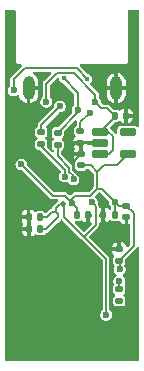
<source format=gbr>
%TF.GenerationSoftware,KiCad,Pcbnew,9.0.2*%
%TF.CreationDate,2026-02-14T14:17:21-05:00*%
%TF.ProjectId,RP2040_minimal_r2,52503230-3430-45f6-9d69-6e696d616c5f,REV2*%
%TF.SameCoordinates,Original*%
%TF.FileFunction,Copper,L2,Bot*%
%TF.FilePolarity,Positive*%
%FSLAX46Y46*%
G04 Gerber Fmt 4.6, Leading zero omitted, Abs format (unit mm)*
G04 Created by KiCad (PCBNEW 9.0.2) date 2026-02-14 14:17:21*
%MOMM*%
%LPD*%
G01*
G04 APERTURE LIST*
G04 Aperture macros list*
%AMRoundRect*
0 Rectangle with rounded corners*
0 $1 Rounding radius*
0 $2 $3 $4 $5 $6 $7 $8 $9 X,Y pos of 4 corners*
0 Add a 4 corners polygon primitive as box body*
4,1,4,$2,$3,$4,$5,$6,$7,$8,$9,$2,$3,0*
0 Add four circle primitives for the rounded corners*
1,1,$1+$1,$2,$3*
1,1,$1+$1,$4,$5*
1,1,$1+$1,$6,$7*
1,1,$1+$1,$8,$9*
0 Add four rect primitives between the rounded corners*
20,1,$1+$1,$2,$3,$4,$5,0*
20,1,$1+$1,$4,$5,$6,$7,0*
20,1,$1+$1,$6,$7,$8,$9,0*
20,1,$1+$1,$8,$9,$2,$3,0*%
G04 Aperture macros list end*
%TA.AperFunction,SMDPad,CuDef*%
%ADD10RoundRect,0.140000X-0.140000X-0.170000X0.140000X-0.170000X0.140000X0.170000X-0.140000X0.170000X0*%
%TD*%
%TA.AperFunction,ComponentPad*%
%ADD11O,1.000000X2.000000*%
%TD*%
%TA.AperFunction,ComponentPad*%
%ADD12C,0.600000*%
%TD*%
%TA.AperFunction,SMDPad,CuDef*%
%ADD13RoundRect,0.045000X-0.630000X-0.255000X0.630000X-0.255000X0.630000X0.255000X-0.630000X0.255000X0*%
%TD*%
%TA.AperFunction,SMDPad,CuDef*%
%ADD14RoundRect,0.140000X-0.170000X0.140000X-0.170000X-0.140000X0.170000X-0.140000X0.170000X0.140000X0*%
%TD*%
%TA.AperFunction,SMDPad,CuDef*%
%ADD15RoundRect,0.140000X0.140000X0.170000X-0.140000X0.170000X-0.140000X-0.170000X0.140000X-0.170000X0*%
%TD*%
%TA.AperFunction,SMDPad,CuDef*%
%ADD16RoundRect,0.140000X0.170000X-0.140000X0.170000X0.140000X-0.170000X0.140000X-0.170000X-0.140000X0*%
%TD*%
%TA.AperFunction,SMDPad,CuDef*%
%ADD17RoundRect,0.135000X-0.185000X0.135000X-0.185000X-0.135000X0.185000X-0.135000X0.185000X0.135000X0*%
%TD*%
%TA.AperFunction,SMDPad,CuDef*%
%ADD18RoundRect,0.135000X0.185000X-0.135000X0.185000X0.135000X-0.185000X0.135000X-0.185000X-0.135000X0*%
%TD*%
%TA.AperFunction,ViaPad*%
%ADD19C,0.600000*%
%TD*%
%TA.AperFunction,ViaPad*%
%ADD20C,0.800000*%
%TD*%
%TA.AperFunction,ViaPad*%
%ADD21C,0.500000*%
%TD*%
%TA.AperFunction,ViaPad*%
%ADD22C,0.450000*%
%TD*%
%TA.AperFunction,Conductor*%
%ADD23C,0.150000*%
%TD*%
%TA.AperFunction,Conductor*%
%ADD24C,0.200000*%
%TD*%
G04 APERTURE END LIST*
D10*
%TO.P,C9,2*%
%TO.N,GND*%
X380000Y19897966D03*
%TO.P,C9,1*%
%TO.N,+3V3*%
X-580000Y19897966D03*
%TD*%
D11*
%TO.P,1,25,GND*%
%TO.N,GND*%
X-4650000Y30650000D03*
X2760000Y30650000D03*
%TD*%
D12*
%TO.P,U3,57,GND*%
%TO.N,GND*%
X-295000Y15100128D03*
X-295000Y16375128D03*
X-295000Y17650128D03*
X-1570000Y15100128D03*
X-1570000Y16375128D03*
X-1570000Y17650128D03*
X-2845000Y15100128D03*
X-2845000Y16375128D03*
X-2845000Y17650128D03*
%TD*%
D13*
%TO.P,U4,5,VOUT*%
%TO.N,+3V3*%
X3745000Y25040000D03*
%TO.P,U4,4*%
%TO.N,N/C*%
X3745000Y26940000D03*
%TO.P,U4,3,EN*%
%TO.N,VBUS*%
X1375000Y26940000D03*
%TO.P,U4,2,GND*%
%TO.N,GND*%
X1375000Y25990000D03*
%TO.P,U4,1,VIN*%
%TO.N,VBUS*%
X1375000Y25040000D03*
%TD*%
D14*
%TO.P,C10,1*%
%TO.N,+3V3*%
X3632500Y20685128D03*
%TO.P,C10,2*%
%TO.N,GND*%
X3632500Y19725128D03*
%TD*%
D15*
%TO.P,C8,1*%
%TO.N,+1V1*%
X-3652500Y18700804D03*
%TO.P,C8,2*%
%TO.N,GND*%
X-4612500Y18700804D03*
%TD*%
D16*
%TO.P,C12,1*%
%TO.N,+3V3*%
X3022500Y16055128D03*
%TO.P,C12,2*%
%TO.N,GND*%
X3022500Y17015128D03*
%TD*%
D17*
%TO.P,R3,1*%
%TO.N,/USB_D+*%
X-3570000Y26930000D03*
%TO.P,R3,2*%
%TO.N,Net-(U3-USB_DP)*%
X-3570000Y25910000D03*
%TD*%
D10*
%TO.P,C1,1*%
%TO.N,VBUS*%
X2640000Y28310000D03*
%TO.P,C1,2*%
%TO.N,GND*%
X3600000Y28310000D03*
%TD*%
D17*
%TO.P,R4,1*%
%TO.N,/USB_D-*%
X-2180000Y26880000D03*
%TO.P,R4,2*%
%TO.N,Net-(U3-USB_DM)*%
X-2180000Y25860000D03*
%TD*%
D15*
%TO.P,C6,1*%
%TO.N,+1V1*%
X-3680000Y19727966D03*
%TO.P,C6,2*%
%TO.N,GND*%
X-4640000Y19727966D03*
%TD*%
D18*
%TO.P,R7,1*%
%TO.N,GND*%
X-260000Y26030000D03*
%TO.P,R7,2*%
%TO.N,Net-(1-CC1)*%
X-260000Y27050000D03*
%TD*%
D14*
%TO.P,R8,1*%
%TO.N,/GPIO18*%
X3030000Y13617966D03*
%TO.P,R8,2*%
%TO.N,Net-(D1-A)*%
X3030000Y12657966D03*
%TD*%
D16*
%TO.P,C4,1*%
%TO.N,+3V3*%
X-200000Y24120000D03*
%TO.P,C4,2*%
%TO.N,GND*%
X-200000Y25080000D03*
%TD*%
D15*
%TO.P,C15,1*%
%TO.N,+3V3*%
X2632500Y19895128D03*
%TO.P,C15,2*%
%TO.N,GND*%
X1672500Y19895128D03*
%TD*%
D19*
%TO.N,GND*%
X-1150000Y25520000D03*
%TO.N,+3V3*%
X-1000138Y20945439D03*
%TO.N,/USB_D-*%
X-470000Y28790000D03*
%TO.N,Net-(1-CC1)*%
X530000Y28550000D03*
%TO.N,Net-(1-CC2)*%
X-5920000Y30450000D03*
%TO.N,GND*%
X-5770000Y12587966D03*
X-5360000Y7847966D03*
X2490000Y7957966D03*
D20*
X-6190000Y33610000D03*
X-5740000Y25920000D03*
X2660000Y9717966D03*
D19*
X4300000Y29030000D03*
X-6277500Y17185128D03*
X3050000Y10417966D03*
D20*
X3780000Y8707966D03*
D19*
X-3180000Y8297966D03*
X4370000Y27820000D03*
X410000Y8727966D03*
X-1620000Y9187966D03*
D20*
X4220000Y32290000D03*
D19*
%TO.N,VBUS*%
X-3151795Y29491386D03*
X1005000Y29455000D03*
%TO.N,+3V3*%
X3062500Y15295128D03*
X2630000Y21047966D03*
X-5260000Y24190000D03*
D21*
%TO.N,+1V1*%
X-1695000Y20860783D03*
D19*
X1922500Y11457129D03*
X717622Y20972628D03*
%TO.N,/GPIO18*%
X3040000Y14317966D03*
%TO.N,Net-(U3-USB_DP)*%
X-1575011Y23167192D03*
%TO.N,Net-(U3-USB_DM)*%
X-837583Y22926153D03*
%TO.N,/USB_D+*%
X-1995000Y29095000D03*
D22*
%TO.N,/USB_D-*%
X-1680000Y31470000D03*
%TO.N,Net-(1-CC2)*%
X325876Y31445876D03*
%TD*%
D23*
%TO.N,+1V1*%
X-1695000Y20860783D02*
X-1645001Y20810784D01*
X-1695000Y20860783D02*
X-1981845Y20860783D01*
X-2352331Y20490297D02*
X-2352331Y20180297D01*
X-1645001Y20810784D02*
X-1645001Y19744006D01*
X-1645001Y19744006D02*
X25519Y18073485D01*
X-1981845Y20860783D02*
X-2352331Y20490297D01*
D24*
%TO.N,Net-(U3-USB_DM)*%
X-1205268Y23575268D02*
X-1205268Y23915268D01*
X-1205268Y23915268D02*
X-2180000Y24890000D01*
X-803736Y23173736D02*
X-1205268Y23575268D01*
X-803736Y22960000D02*
X-803736Y23173736D01*
X-837583Y22926153D02*
X-803736Y22960000D01*
X-2180000Y24890000D02*
X-2180000Y25860000D01*
%TO.N,Net-(U3-USB_DP)*%
X-1575011Y23167192D02*
X-1556268Y23185935D01*
X-1556268Y23185935D02*
X-1556268Y23716268D01*
X-1556268Y23716268D02*
X-3570000Y25730000D01*
X-3570000Y25730000D02*
X-3570000Y25910000D01*
D23*
%TO.N,GND*%
X-260000Y26030000D02*
X-640000Y26030000D01*
X-640000Y26030000D02*
X-1150000Y25520000D01*
X-200000Y25080000D02*
X-710000Y25080000D01*
X-710000Y25080000D02*
X-1150000Y25520000D01*
D24*
X-200000Y25080000D02*
X-879268Y24400732D01*
X-879268Y23710302D02*
X-277736Y23108770D01*
X-1774145Y22045268D02*
X-2785000Y23056123D01*
X-879268Y24400732D02*
X-879268Y23710302D01*
X-277736Y23108770D02*
X-277736Y22347264D01*
X-277736Y22347264D02*
X-579732Y22045268D01*
X-579732Y22045268D02*
X-1774145Y22045268D01*
X-2785000Y23056123D02*
X-2785000Y23850000D01*
%TO.N,+3V3*%
X-1000138Y20945439D02*
X-1057350Y21002650D01*
X-1057350Y21212650D02*
X-721000Y21549000D01*
X-1057350Y21002650D02*
X-1057350Y21212650D01*
X580000Y21549000D02*
X1160000Y22129000D01*
X-721000Y21549000D02*
X580000Y21549000D01*
X-580000Y19897966D02*
X-580000Y20525301D01*
X-580000Y20525301D02*
X-1000138Y20945439D01*
X-1409000Y21354301D02*
X-1000138Y20945439D01*
X-1000138Y20945439D02*
X-1603699Y21549000D01*
X-1603699Y21549000D02*
X-2619000Y21549000D01*
X-2619000Y21549000D02*
X-5260000Y24190000D01*
D23*
%TO.N,+1V1*%
X1030000Y20627966D02*
X1030000Y19077966D01*
X1030000Y19077966D02*
X25519Y18073485D01*
X717224Y20972230D02*
X717224Y20940742D01*
X717622Y20972628D02*
X717224Y20972230D01*
X717224Y20940742D02*
X1030000Y20627966D01*
D24*
%TO.N,+3V3*%
X1160000Y22129000D02*
X1548966Y22129000D01*
X1548966Y22129000D02*
X2630000Y21047966D01*
X1160000Y23560000D02*
X600000Y24120000D01*
X600000Y24120000D02*
X-200000Y24120000D01*
X1160000Y22517966D02*
X1160000Y22129000D01*
X1160000Y23560000D02*
X1720000Y24120000D01*
X2825000Y24120000D02*
X3745000Y25040000D01*
X1160000Y22517966D02*
X1160000Y23560000D01*
X1720000Y24120000D02*
X2825000Y24120000D01*
%TO.N,GND*%
X-2785000Y23850000D02*
X-2785000Y24195000D01*
X-2785000Y24195000D02*
X-4680000Y26090000D01*
X-4680000Y26090000D02*
X-4680000Y30790000D01*
D23*
%TO.N,+1V1*%
X25519Y18073485D02*
X1922500Y16176505D01*
X1922500Y16176505D02*
X1922500Y11457129D01*
%TO.N,GND*%
X-260000Y26030000D02*
X1335000Y26030000D01*
X1335000Y26030000D02*
X1375000Y25990000D01*
X-200000Y25080000D02*
X-200000Y25970000D01*
X-200000Y25970000D02*
X-260000Y26030000D01*
X3022500Y18125466D02*
X3022500Y18170466D01*
X3022500Y18170466D02*
X3632500Y18780466D01*
X3632500Y18780466D02*
X3632500Y19725128D01*
X3022500Y17015128D02*
X3022500Y18125466D01*
X3022500Y18125466D02*
X1672500Y19475466D01*
X1672500Y19475466D02*
X1672500Y19895128D01*
X1669662Y19897966D02*
X1672500Y19895128D01*
%TO.N,+1V1*%
X-2707331Y20135297D02*
X-3114662Y19727966D01*
X-2707331Y20135297D02*
X-2662331Y20180297D01*
X-2662331Y20180297D02*
X-2352331Y20180297D01*
X-2352331Y20180297D02*
X-2140000Y19967966D01*
X-2140000Y19967966D02*
X-2140000Y19697966D01*
X-2140000Y19697966D02*
X-3137162Y18700804D01*
X-3137162Y18700804D02*
X-3652500Y18700804D01*
X-3114662Y19727966D02*
X-3680000Y19727966D01*
D24*
%TO.N,Net-(1-CC2)*%
X325876Y31445876D02*
X-558248Y32330000D01*
X-558248Y32330000D02*
X-4980000Y32330000D01*
X-4980000Y32330000D02*
X-5920000Y31390000D01*
X-5920000Y31390000D02*
X-5920000Y30450000D01*
%TO.N,VBUS*%
X2640000Y28205000D02*
X1375000Y26940000D01*
X1375000Y25040000D02*
X2130000Y25040000D01*
X1506000Y28954000D02*
X1996000Y28954000D01*
X-846000Y31946000D02*
X1005000Y30095000D01*
X-2244000Y31946000D02*
X-846000Y31946000D01*
X-3151795Y29491386D02*
X-3151795Y31038205D01*
X1005000Y29455000D02*
X1506000Y28954000D01*
X2110000Y26940000D02*
X1375000Y26940000D01*
X1005000Y30095000D02*
X1005000Y29455000D01*
X2480000Y25390000D02*
X2480000Y26570000D01*
X-3151795Y31038205D02*
X-2244000Y31946000D01*
X2480000Y26570000D02*
X2110000Y26940000D01*
X2640000Y28310000D02*
X2640000Y28205000D01*
X2130000Y25040000D02*
X2480000Y25390000D01*
X1996000Y28954000D02*
X2640000Y28310000D01*
%TO.N,+3V3*%
X4240000Y20077628D02*
X3632500Y20685128D01*
X2632500Y20474789D02*
X2632500Y19895128D01*
X2630000Y21047966D02*
X2992838Y20685128D01*
X3062500Y15295128D02*
X3062500Y16015128D01*
X3062500Y16015128D02*
X3022500Y16055128D01*
X4240000Y17272628D02*
X4240000Y20077628D01*
X2992838Y20685128D02*
X3632500Y20685128D01*
X2630000Y21047966D02*
X2630000Y20477289D01*
X3022500Y16055128D02*
X4240000Y17272628D01*
X2630000Y20477289D02*
X2632500Y20474789D01*
D23*
%TO.N,/GPIO18*%
X3040000Y13627966D02*
X3030000Y13617966D01*
X3040000Y14317966D02*
X3040000Y13627966D01*
D24*
%TO.N,/USB_D+*%
X-3570000Y27520000D02*
X-3570000Y26930000D01*
X-1995000Y29095000D02*
X-3570000Y27520000D01*
%TO.N,/USB_D-*%
X-2180000Y26880000D02*
X-2180000Y26900000D01*
%TO.N,Net-(1-CC1)*%
X-260000Y27760000D02*
X530000Y28550000D01*
X-260000Y27050000D02*
X-260000Y27760000D01*
%TO.N,/USB_D-*%
X-470000Y28790000D02*
X-470000Y28590000D01*
X-470000Y28590000D02*
X-2180000Y26880000D01*
X-470000Y30260000D02*
X-470000Y28790000D01*
X-1680000Y31470000D02*
X-470000Y30260000D01*
%TD*%
%TA.AperFunction,Conductor*%
%TO.N,GND*%
G36*
X-5758309Y37250593D02*
G01*
X-5722345Y37201093D01*
X-5717500Y37170500D01*
X-5717500Y32926936D01*
X-5697022Y32850512D01*
X-5697020Y32850508D01*
X-5657462Y32781992D01*
X-5657460Y32781989D01*
X-5601511Y32726040D01*
X-5601509Y32726039D01*
X-5532993Y32686481D01*
X-5532989Y32686479D01*
X-5456565Y32666001D01*
X-5456563Y32666000D01*
X-5307978Y32666000D01*
X-5249787Y32647093D01*
X-5213823Y32597593D01*
X-5213823Y32536407D01*
X-5237973Y32496999D01*
X-6104511Y31630460D01*
X-6104512Y31630461D01*
X-6160461Y31574511D01*
X-6200020Y31505993D01*
X-6200022Y31505989D01*
X-6220500Y31429565D01*
X-6220500Y30898321D01*
X-6239407Y30840130D01*
X-6249491Y30828324D01*
X-6318623Y30759191D01*
X-6320503Y30757311D01*
X-6320504Y30757310D01*
X-6386391Y30643191D01*
X-6386392Y30643186D01*
X-6420500Y30515892D01*
X-6420500Y30384108D01*
X-6407465Y30335461D01*
X-6386391Y30256810D01*
X-6320504Y30142691D01*
X-6320502Y30142689D01*
X-6320500Y30142686D01*
X-6227314Y30049500D01*
X-6227312Y30049499D01*
X-6227310Y30049497D01*
X-6113190Y29983610D01*
X-6113192Y29983610D01*
X-6113188Y29983609D01*
X-6113186Y29983608D01*
X-5985892Y29949500D01*
X-5985890Y29949500D01*
X-5854110Y29949500D01*
X-5854108Y29949500D01*
X-5726814Y29983608D01*
X-5726812Y29983610D01*
X-5726810Y29983610D01*
X-5612691Y30049497D01*
X-5612691Y30049498D01*
X-5612686Y30049500D01*
X-5604359Y30057828D01*
X-5549846Y30085606D01*
X-5489413Y30076036D01*
X-5446147Y30032773D01*
X-5437257Y30007140D01*
X-5419257Y29916650D01*
X-5358952Y29771060D01*
X-5358948Y29771051D01*
X-5271401Y29640031D01*
X-5271398Y29640027D01*
X-5159974Y29528603D01*
X-5159970Y29528600D01*
X-5028950Y29441053D01*
X-5028941Y29441049D01*
X-4883349Y29380743D01*
X-4883350Y29380743D01*
X-4800001Y29364165D01*
X-4800000Y29364165D01*
X-4800000Y29946446D01*
X-4791614Y29938060D01*
X-4699728Y29900000D01*
X-4600272Y29900000D01*
X-4508386Y29938060D01*
X-4500000Y29946446D01*
X-4500000Y29364165D01*
X-4416652Y29380743D01*
X-4271060Y29441049D01*
X-4271051Y29441053D01*
X-4140031Y29528600D01*
X-4140027Y29528603D01*
X-4028603Y29640027D01*
X-4028600Y29640031D01*
X-3941053Y29771051D01*
X-3941049Y29771060D01*
X-3880743Y29916651D01*
X-3850001Y30071205D01*
X-3850000Y30071208D01*
X-3850000Y30499999D01*
X-3850001Y30500000D01*
X-4400000Y30500000D01*
X-4400000Y30800000D01*
X-3850001Y30800000D01*
X-3850000Y30800001D01*
X-3850000Y31228793D01*
X-3850001Y31228796D01*
X-3880743Y31383350D01*
X-3941049Y31528941D01*
X-3941053Y31528950D01*
X-4028600Y31659970D01*
X-4028603Y31659974D01*
X-4140027Y31771398D01*
X-4140031Y31771401D01*
X-4254945Y31848185D01*
X-4292824Y31896235D01*
X-4295226Y31957373D01*
X-4261233Y32008247D01*
X-4203829Y32029424D01*
X-4199943Y32029500D01*
X-2824479Y32029500D01*
X-2766288Y32010593D01*
X-2730324Y31961093D01*
X-2730324Y31899907D01*
X-2754475Y31860496D01*
X-3336306Y31278665D01*
X-3336307Y31278666D01*
X-3392256Y31222716D01*
X-3431815Y31154198D01*
X-3431817Y31154194D01*
X-3452295Y31077770D01*
X-3452295Y29939707D01*
X-3471202Y29881516D01*
X-3481286Y29869710D01*
X-3517678Y29833317D01*
X-3552298Y29798697D01*
X-3552299Y29798696D01*
X-3618186Y29684577D01*
X-3618187Y29684572D01*
X-3652295Y29557278D01*
X-3652295Y29425494D01*
X-3642546Y29389110D01*
X-3618186Y29298196D01*
X-3552299Y29184077D01*
X-3552297Y29184075D01*
X-3552295Y29184072D01*
X-3459109Y29090886D01*
X-3459107Y29090885D01*
X-3459105Y29090883D01*
X-3344985Y29024996D01*
X-3344987Y29024996D01*
X-3344983Y29024995D01*
X-3344981Y29024994D01*
X-3217687Y28990886D01*
X-3217685Y28990886D01*
X-3085905Y28990886D01*
X-3085903Y28990886D01*
X-2958609Y29024994D01*
X-2958607Y29024996D01*
X-2958605Y29024996D01*
X-2844486Y29090883D01*
X-2844486Y29090884D01*
X-2844481Y29090886D01*
X-2751295Y29184072D01*
X-2706413Y29261810D01*
X-2685405Y29298196D01*
X-2685405Y29298198D01*
X-2685403Y29298200D01*
X-2651295Y29425494D01*
X-2651295Y29557278D01*
X-2685403Y29684572D01*
X-2685405Y29684575D01*
X-2685405Y29684577D01*
X-2751292Y29798696D01*
X-2751294Y29798698D01*
X-2751295Y29798700D01*
X-2822301Y29869706D01*
X-2850076Y29924220D01*
X-2851295Y29939707D01*
X-2851295Y30872726D01*
X-2832388Y30930917D01*
X-2822299Y30942730D01*
X-2274504Y31490525D01*
X-2219987Y31518302D01*
X-2159555Y31508731D01*
X-2116290Y31465466D01*
X-2105500Y31420521D01*
X-2105500Y31413982D01*
X-2099036Y31389858D01*
X-2076502Y31305759D01*
X-2028556Y31222716D01*
X-2020485Y31208737D01*
X-1941263Y31129515D01*
X-1941261Y31129514D01*
X-1844241Y31073499D01*
X-1844243Y31073499D01*
X-1844239Y31073498D01*
X-1844237Y31073497D01*
X-1736018Y31044500D01*
X-1720479Y31044500D01*
X-1662288Y31025593D01*
X-1650475Y31015504D01*
X-799496Y30164525D01*
X-771719Y30110008D01*
X-770500Y30094521D01*
X-770500Y29238321D01*
X-789407Y29180130D01*
X-799491Y29168324D01*
X-870500Y29097314D01*
X-870503Y29097311D01*
X-870504Y29097310D01*
X-936391Y28983191D01*
X-970500Y28855891D01*
X-970500Y28724109D01*
X-940993Y28613983D01*
X-944196Y28552882D01*
X-966616Y28518357D01*
X-2105475Y27379496D01*
X-2159992Y27351719D01*
X-2175479Y27350500D01*
X-2404316Y27350500D01*
X-2413089Y27349345D01*
X-2453175Y27344068D01*
X-2453176Y27344068D01*
X-2560402Y27294067D01*
X-2644067Y27210402D01*
X-2694068Y27103176D01*
X-2694068Y27103175D01*
X-2700500Y27054315D01*
X-2700500Y26705686D01*
X-2694068Y26656826D01*
X-2694068Y26656825D01*
X-2644067Y26549599D01*
X-2644066Y26549598D01*
X-2644065Y26549596D01*
X-2560404Y26465935D01*
X-2560403Y26465935D01*
X-2560402Y26465934D01*
X-2547085Y26459724D01*
X-2502337Y26417995D01*
X-2490663Y26357934D01*
X-2516522Y26302482D01*
X-2547085Y26280276D01*
X-2560402Y26274067D01*
X-2644067Y26190402D01*
X-2694068Y26083176D01*
X-2694068Y26083175D01*
X-2700500Y26034315D01*
X-2700500Y25685686D01*
X-2694068Y25636826D01*
X-2694068Y25636825D01*
X-2644067Y25529599D01*
X-2644066Y25529598D01*
X-2644065Y25529596D01*
X-2560404Y25445935D01*
X-2537663Y25435331D01*
X-2492914Y25393604D01*
X-2480500Y25345606D01*
X-2480500Y25304479D01*
X-2499407Y25246288D01*
X-2548907Y25210324D01*
X-2610093Y25210324D01*
X-2649504Y25234475D01*
X-3026754Y25611725D01*
X-3054531Y25666242D01*
X-3054903Y25694645D01*
X-3049500Y25735684D01*
X-3049500Y26084316D01*
X-3055932Y26133173D01*
X-3059116Y26140000D01*
X-3105934Y26240402D01*
X-3105935Y26240403D01*
X-3105935Y26240404D01*
X-3189596Y26324065D01*
X-3202915Y26330276D01*
X-3247663Y26372003D01*
X-3259338Y26432064D01*
X-3233481Y26487517D01*
X-3202916Y26509725D01*
X-3189596Y26515935D01*
X-3105935Y26599596D01*
X-3055932Y26706827D01*
X-3049500Y26755684D01*
X-3049500Y27104316D01*
X-3055932Y27153173D01*
X-3070499Y27184411D01*
X-3105934Y27260402D01*
X-3105935Y27260403D01*
X-3105935Y27260404D01*
X-3185279Y27339748D01*
X-3213054Y27394262D01*
X-3203483Y27454694D01*
X-3185280Y27479750D01*
X-2099526Y28565505D01*
X-2045009Y28593281D01*
X-2029522Y28594500D01*
X-1929110Y28594500D01*
X-1929108Y28594500D01*
X-1801814Y28628608D01*
X-1801812Y28628610D01*
X-1801810Y28628610D01*
X-1687691Y28694497D01*
X-1687691Y28694498D01*
X-1687686Y28694500D01*
X-1594500Y28787686D01*
X-1594497Y28787691D01*
X-1528610Y28901810D01*
X-1528610Y28901812D01*
X-1528608Y28901814D01*
X-1494500Y29029108D01*
X-1494500Y29160892D01*
X-1528608Y29288186D01*
X-1528610Y29288189D01*
X-1528610Y29288191D01*
X-1594497Y29402310D01*
X-1594499Y29402312D01*
X-1594500Y29402314D01*
X-1687686Y29495500D01*
X-1687689Y29495502D01*
X-1687691Y29495504D01*
X-1801811Y29561391D01*
X-1801809Y29561391D01*
X-1851201Y29574625D01*
X-1929108Y29595500D01*
X-2060892Y29595500D01*
X-2138800Y29574625D01*
X-2188191Y29561391D01*
X-2302310Y29495504D01*
X-2395504Y29402310D01*
X-2461391Y29288191D01*
X-2470418Y29254500D01*
X-2489287Y29184077D01*
X-2495500Y29160891D01*
X-2495500Y29060480D01*
X-2514407Y29002289D01*
X-2524496Y28990476D01*
X-3754511Y27760460D01*
X-3754512Y27760461D01*
X-3810461Y27704511D01*
X-3850020Y27635993D01*
X-3850022Y27635989D01*
X-3870500Y27559565D01*
X-3870500Y27444396D01*
X-3889407Y27386205D01*
X-3927659Y27354672D01*
X-3950402Y27344067D01*
X-4034067Y27260402D01*
X-4084068Y27153176D01*
X-4084068Y27153175D01*
X-4084068Y27153173D01*
X-4090500Y27104316D01*
X-4090500Y26755684D01*
X-4089794Y26750323D01*
X-4084068Y26706826D01*
X-4084068Y26706825D01*
X-4034067Y26599599D01*
X-4034066Y26599598D01*
X-4034065Y26599596D01*
X-3950404Y26515935D01*
X-3950403Y26515935D01*
X-3950402Y26515934D01*
X-3937085Y26509724D01*
X-3892337Y26467995D01*
X-3880663Y26407934D01*
X-3906522Y26352482D01*
X-3937085Y26330276D01*
X-3950402Y26324067D01*
X-4034067Y26240402D01*
X-4084068Y26133176D01*
X-4084068Y26133175D01*
X-4090500Y26084315D01*
X-4090500Y25735686D01*
X-4084068Y25686826D01*
X-4084068Y25686825D01*
X-4034067Y25579599D01*
X-4034066Y25579598D01*
X-4034065Y25579596D01*
X-3950404Y25495935D01*
X-3950403Y25495935D01*
X-3950402Y25495934D01*
X-3843176Y25445933D01*
X-3843175Y25445933D01*
X-3843173Y25445932D01*
X-3794316Y25439500D01*
X-3745479Y25439500D01*
X-3687288Y25420593D01*
X-3675475Y25410504D01*
X-1927498Y23662527D01*
X-1899721Y23608010D01*
X-1909292Y23547578D01*
X-1927498Y23522520D01*
X-1975511Y23474508D01*
X-1975515Y23474502D01*
X-2041402Y23360383D01*
X-2050438Y23326658D01*
X-2075511Y23233084D01*
X-2075511Y23101300D01*
X-2046236Y22992045D01*
X-2041402Y22974002D01*
X-1975515Y22859883D01*
X-1975513Y22859881D01*
X-1975511Y22859878D01*
X-1882325Y22766692D01*
X-1882323Y22766691D01*
X-1882321Y22766689D01*
X-1768201Y22700802D01*
X-1768203Y22700802D01*
X-1768199Y22700801D01*
X-1768197Y22700800D01*
X-1640903Y22666692D01*
X-1640901Y22666692D01*
X-1509121Y22666692D01*
X-1509119Y22666692D01*
X-1381825Y22700800D01*
X-1381824Y22700801D01*
X-1375557Y22702480D01*
X-1375034Y22700526D01*
X-1323249Y22704613D01*
X-1271073Y22672654D01*
X-1260603Y22657843D01*
X-1238087Y22618844D01*
X-1238085Y22618842D01*
X-1238083Y22618839D01*
X-1144897Y22525653D01*
X-1144895Y22525652D01*
X-1144893Y22525650D01*
X-1030773Y22459763D01*
X-1030775Y22459763D01*
X-1030771Y22459762D01*
X-1030769Y22459761D01*
X-903475Y22425653D01*
X-903473Y22425653D01*
X-771693Y22425653D01*
X-771691Y22425653D01*
X-644397Y22459761D01*
X-644395Y22459763D01*
X-644393Y22459763D01*
X-530274Y22525650D01*
X-530274Y22525651D01*
X-530269Y22525653D01*
X-437083Y22618839D01*
X-389921Y22700526D01*
X-371193Y22732963D01*
X-371193Y22732965D01*
X-371191Y22732967D01*
X-337083Y22860261D01*
X-337083Y22992045D01*
X-371191Y23119339D01*
X-371193Y23119342D01*
X-371193Y23119344D01*
X-437080Y23233463D01*
X-437082Y23233465D01*
X-437083Y23233467D01*
X-530269Y23326653D01*
X-530272Y23326655D01*
X-530275Y23326658D01*
X-535420Y23330606D01*
X-534749Y23331482D01*
X-557650Y23354385D01*
X-559326Y23353098D01*
X-563273Y23358241D01*
X-563276Y23358247D01*
X-565412Y23360383D01*
X-619225Y23414197D01*
X-619225Y23414196D01*
X-875772Y23670743D01*
X-903549Y23725260D01*
X-904768Y23740747D01*
X-904768Y23902865D01*
X-904768Y23954830D01*
X-925247Y24031257D01*
X-925249Y24031260D01*
X-925249Y24031262D01*
X-964808Y24099779D01*
X-1020757Y24155729D01*
X-1020757Y24155728D01*
X-1850504Y24985475D01*
X-1878281Y25039992D01*
X-1879500Y25055479D01*
X-1879500Y25345606D01*
X-1860593Y25403797D01*
X-1822338Y25435331D01*
X-1799596Y25445935D01*
X-1715935Y25529596D01*
X-1665932Y25636827D01*
X-1659500Y25685684D01*
X-1659500Y25879999D01*
X-880000Y25879999D01*
X-880000Y25842597D01*
X-877245Y25813217D01*
X-833936Y25689446D01*
X-756066Y25583937D01*
X-754282Y25582153D01*
X-753241Y25580109D01*
X-751659Y25577966D01*
X-752015Y25577704D01*
X-726505Y25527636D01*
X-736076Y25467204D01*
X-744630Y25453362D01*
X-763405Y25427923D01*
X-807213Y25302728D01*
X-810000Y25273001D01*
X-810000Y25230001D01*
X-809999Y25230000D01*
X-350001Y25230000D01*
X-350000Y25230001D01*
X-350000Y25354999D01*
X-368772Y25373771D01*
X-369191Y25373907D01*
X-369943Y25374942D01*
X-378997Y25383996D01*
X-377563Y25385431D01*
X-405155Y25423407D01*
X-410000Y25454000D01*
X-410000Y25879999D01*
X-410001Y25880000D01*
X-879999Y25880000D01*
X-880000Y25879999D01*
X-1659500Y25879999D01*
X-1659500Y26034316D01*
X-1665932Y26083173D01*
X-1666465Y26084315D01*
X-1715934Y26190402D01*
X-1715935Y26190403D01*
X-1715935Y26190404D01*
X-1799596Y26274065D01*
X-1812915Y26280276D01*
X-1857663Y26322003D01*
X-1869338Y26382064D01*
X-1843481Y26437517D01*
X-1812916Y26459725D01*
X-1799596Y26465935D01*
X-1715935Y26549596D01*
X-1665932Y26656827D01*
X-1659500Y26705684D01*
X-1659500Y26934522D01*
X-1640593Y26992713D01*
X-1630510Y27004520D01*
X-721111Y27913920D01*
X-666596Y27941695D01*
X-606164Y27932124D01*
X-562899Y27888859D01*
X-553328Y27828427D01*
X-555482Y27818293D01*
X-560500Y27799565D01*
X-560500Y27564396D01*
X-579407Y27506205D01*
X-617659Y27474672D01*
X-640402Y27464067D01*
X-724067Y27380402D01*
X-774068Y27273176D01*
X-774068Y27273175D01*
X-780500Y27224315D01*
X-780500Y26875686D01*
X-774068Y26826826D01*
X-774068Y26826825D01*
X-724067Y26719599D01*
X-724066Y26719598D01*
X-724065Y26719596D01*
X-678879Y26674410D01*
X-651103Y26619895D01*
X-660674Y26559463D01*
X-690095Y26524753D01*
X-756064Y26476066D01*
X-756066Y26476064D01*
X-833936Y26370555D01*
X-877245Y26246784D01*
X-880000Y26217404D01*
X-880000Y26180001D01*
X-879999Y26180000D01*
X383993Y26180000D01*
X401474Y26174321D01*
X419824Y26173288D01*
X434891Y26163463D01*
X442184Y26161093D01*
X445478Y26156560D01*
X453997Y26151004D01*
X465001Y26140000D01*
X1276000Y26140000D01*
X1334191Y26121093D01*
X1370155Y26071593D01*
X1375000Y26041000D01*
X1375000Y25939000D01*
X1356093Y25880809D01*
X1306593Y25844845D01*
X1276000Y25840000D01*
X376007Y25840000D01*
X358525Y25845680D01*
X340176Y25846712D01*
X330139Y25854903D01*
X317816Y25858907D01*
X306003Y25868996D01*
X294999Y25880000D01*
X-109999Y25880000D01*
X-110000Y25879999D01*
X-110000Y25765001D01*
X-91229Y25746230D01*
X-90809Y25746093D01*
X-90058Y25745059D01*
X-81003Y25736004D01*
X-82438Y25734570D01*
X-54845Y25696593D01*
X-50000Y25666000D01*
X-50000Y25179000D01*
X-68907Y25120809D01*
X-118407Y25084845D01*
X-149000Y25080000D01*
X-199999Y25080000D01*
X-200000Y25079999D01*
X-200000Y25029000D01*
X-218907Y24970809D01*
X-268407Y24934845D01*
X-299000Y24930000D01*
X-809998Y24930000D01*
X-809999Y24929999D01*
X-809999Y24886997D01*
X-807214Y24857279D01*
X-807213Y24857274D01*
X-763406Y24732080D01*
X-684642Y24625361D01*
X-684637Y24625356D01*
X-663016Y24609399D01*
X-627423Y24559632D01*
X-627881Y24498448D01*
X-648284Y24465431D01*
X-648256Y24465411D01*
X-648588Y24464939D01*
X-651796Y24459745D01*
X-653223Y24458319D01*
X-653226Y24458314D01*
X-703971Y24349490D01*
X-703972Y24349489D01*
X-710500Y24299900D01*
X-710500Y23984193D01*
X-710500Y23984176D01*
X-710499Y23940100D01*
X-707086Y23914169D01*
X-707085Y23914154D01*
X-703973Y23890514D01*
X-703973Y23890512D01*
X-653226Y23781687D01*
X-653225Y23781686D01*
X-653224Y23781684D01*
X-568316Y23696776D01*
X-459487Y23646028D01*
X-409901Y23639500D01*
X9900Y23639501D01*
X59487Y23646028D01*
X59488Y23646028D01*
X118137Y23673378D01*
X168316Y23696776D01*
X253224Y23781684D01*
X253224Y23781686D01*
X259348Y23787809D01*
X261394Y23785763D01*
X263336Y23787226D01*
X273048Y23800593D01*
X287157Y23805178D01*
X299006Y23814106D01*
X331239Y23819500D01*
X434521Y23819500D01*
X492712Y23800593D01*
X504525Y23790504D01*
X830504Y23464525D01*
X858281Y23410008D01*
X859500Y23394521D01*
X859500Y22294479D01*
X840593Y22236288D01*
X830504Y22224475D01*
X484525Y21878496D01*
X430008Y21850719D01*
X414521Y21849500D01*
X-681438Y21849500D01*
X-760562Y21849500D01*
X-807339Y21836967D01*
X-836993Y21829021D01*
X-905507Y21789464D01*
X-905512Y21789460D01*
X-1092347Y21602626D01*
X-1146863Y21574849D01*
X-1207296Y21584421D01*
X-1232353Y21602626D01*
X-1419189Y21789461D01*
X-1487707Y21829020D01*
X-1487711Y21829022D01*
X-1564135Y21849500D01*
X-1564137Y21849500D01*
X-2453521Y21849500D01*
X-2511712Y21868407D01*
X-2523525Y21878496D01*
X-4730504Y24085475D01*
X-4758281Y24139992D01*
X-4759500Y24155479D01*
X-4759500Y24255891D01*
X-4771292Y24299901D01*
X-4793608Y24383186D01*
X-4793610Y24383189D01*
X-4793610Y24383191D01*
X-4859497Y24497310D01*
X-4859499Y24497312D01*
X-4859500Y24497314D01*
X-4952686Y24590500D01*
X-4952689Y24590502D01*
X-4952691Y24590504D01*
X-5066811Y24656391D01*
X-5066809Y24656391D01*
X-5116201Y24669625D01*
X-5194108Y24690500D01*
X-5325892Y24690500D01*
X-5403800Y24669625D01*
X-5453191Y24656391D01*
X-5567310Y24590504D01*
X-5660504Y24497310D01*
X-5726391Y24383191D01*
X-5735421Y24349490D01*
X-5760500Y24255892D01*
X-5760500Y24124108D01*
X-5753981Y24099779D01*
X-5726391Y23996810D01*
X-5660504Y23882691D01*
X-5660502Y23882689D01*
X-5660500Y23882686D01*
X-5567314Y23789500D01*
X-5567312Y23789499D01*
X-5567310Y23789497D01*
X-5453190Y23723610D01*
X-5453192Y23723610D01*
X-5453188Y23723609D01*
X-5453186Y23723608D01*
X-5325892Y23689500D01*
X-5325890Y23689500D01*
X-5225479Y23689500D01*
X-5167288Y23670593D01*
X-5155475Y23660504D01*
X-2859460Y21364489D01*
X-2859461Y21364489D01*
X-2803511Y21308540D01*
X-2734993Y21268981D01*
X-2734989Y21268979D01*
X-2658565Y21248501D01*
X-2658563Y21248500D01*
X-2658562Y21248500D01*
X-2579438Y21248500D01*
X-2222751Y21248500D01*
X-2164560Y21229593D01*
X-2128596Y21180093D01*
X-2128596Y21118907D01*
X-2152746Y21079499D01*
X-2508389Y20723854D01*
X-2508390Y20723855D01*
X-2585885Y20646359D01*
X-2585887Y20646357D01*
X-2585888Y20646355D01*
X-2605049Y20600097D01*
X-2627832Y20545095D01*
X-2629734Y20535532D01*
X-2633826Y20536347D01*
X-2646738Y20496606D01*
X-2696238Y20460642D01*
X-2707792Y20458813D01*
X-2707570Y20457699D01*
X-2717133Y20455798D01*
X-2818388Y20413857D01*
X-2879775Y20352468D01*
X-2879776Y20352467D01*
X-3126366Y20105878D01*
X-3180882Y20078101D01*
X-3241314Y20087672D01*
X-3266370Y20105876D01*
X-3341684Y20181190D01*
X-3341686Y20181191D01*
X-3341687Y20181192D01*
X-3450511Y20231937D01*
X-3450512Y20231938D01*
X-3467042Y20234114D01*
X-3500099Y20238466D01*
X-3500101Y20238466D01*
X-3859896Y20238466D01*
X-3859908Y20238465D01*
X-3909487Y20231939D01*
X-3909489Y20231939D01*
X-4018314Y20181192D01*
X-4018319Y20181189D01*
X-4019745Y20179762D01*
X-4021986Y20178621D01*
X-4025411Y20176222D01*
X-4025749Y20176704D01*
X-4074263Y20151988D01*
X-4134695Y20161563D01*
X-4169399Y20190982D01*
X-4185356Y20212603D01*
X-4185361Y20212608D01*
X-4292080Y20291372D01*
X-4417273Y20335179D01*
X-4447000Y20337966D01*
X-4489999Y20337966D01*
X-4490000Y20337965D01*
X-4490000Y19414365D01*
X-4463719Y19362784D01*
X-4462500Y19347297D01*
X-4462500Y18090806D01*
X-4462499Y18090805D01*
X-4419496Y18090805D01*
X-4389779Y18093591D01*
X-4389774Y18093592D01*
X-4264580Y18137399D01*
X-4157861Y18216163D01*
X-4157858Y18216166D01*
X-4141900Y18237788D01*
X-4092133Y18273381D01*
X-4030950Y18272925D01*
X-3997930Y18252521D01*
X-3997911Y18252548D01*
X-3997441Y18252219D01*
X-3992243Y18249007D01*
X-3990816Y18247580D01*
X-3881987Y18196832D01*
X-3832401Y18190304D01*
X-3472600Y18190305D01*
X-3423013Y18196832D01*
X-3423012Y18196832D01*
X-3335183Y18237788D01*
X-3314184Y18247580D01*
X-3229276Y18332488D01*
X-3212649Y18368144D01*
X-3170921Y18412892D01*
X-3122925Y18425304D01*
X-3082363Y18425304D01*
X-3082362Y18425304D01*
X-2981104Y18467247D01*
X-2933451Y18514900D01*
X-2903604Y18544746D01*
X-2191288Y19257063D01*
X-1939483Y19508869D01*
X-1884968Y19536645D01*
X-1824536Y19527074D01*
X-1799482Y19508871D01*
X-434103Y18143491D01*
X-208039Y17917427D01*
X-208038Y17917426D01*
X1618004Y16091385D01*
X1645781Y16036868D01*
X1647000Y16021381D01*
X1647000Y11930450D01*
X1628093Y11872259D01*
X1618004Y11860446D01*
X1615188Y11857631D01*
X1615186Y11857629D01*
X1522000Y11764443D01*
X1521997Y11764440D01*
X1521996Y11764439D01*
X1456109Y11650320D01*
X1456108Y11650315D01*
X1422000Y11523021D01*
X1422000Y11391237D01*
X1452079Y11278978D01*
X1456109Y11263939D01*
X1521996Y11149820D01*
X1521998Y11149818D01*
X1522000Y11149815D01*
X1615186Y11056629D01*
X1615188Y11056628D01*
X1615190Y11056626D01*
X1729310Y10990739D01*
X1729308Y10990739D01*
X1729312Y10990738D01*
X1729314Y10990737D01*
X1856608Y10956629D01*
X1856610Y10956629D01*
X1988390Y10956629D01*
X1988392Y10956629D01*
X2115686Y10990737D01*
X2115688Y10990739D01*
X2115690Y10990739D01*
X2229809Y11056626D01*
X2229809Y11056627D01*
X2229814Y11056629D01*
X2323000Y11149815D01*
X2388892Y11263943D01*
X2423000Y11391237D01*
X2423000Y11523021D01*
X2388892Y11650315D01*
X2388890Y11650318D01*
X2388890Y11650320D01*
X2323003Y11764439D01*
X2323001Y11764441D01*
X2323000Y11764443D01*
X2229814Y11857629D01*
X2229811Y11857631D01*
X2226996Y11860446D01*
X2199219Y11914963D01*
X2198000Y11930450D01*
X2198000Y16231305D01*
X2196458Y16235028D01*
X2187942Y16255588D01*
X2156058Y16332563D01*
X1280491Y17208129D01*
X2412500Y17208129D01*
X2412500Y17165129D01*
X2412501Y17165128D01*
X2872499Y17165128D01*
X2872500Y17165129D01*
X2872500Y17595129D01*
X2799496Y17595128D01*
X2769778Y17592342D01*
X2769773Y17592341D01*
X2644579Y17548534D01*
X2537860Y17469770D01*
X2537858Y17469768D01*
X2459094Y17363049D01*
X2415287Y17237856D01*
X2412500Y17208129D01*
X1280491Y17208129D01*
X485136Y18003484D01*
X457360Y18058000D01*
X466931Y18118432D01*
X485134Y18143487D01*
X1263558Y18921908D01*
X1305500Y19023166D01*
X1305500Y19132766D01*
X1305500Y19198872D01*
X1324407Y19257063D01*
X1373907Y19293027D01*
X1435093Y19293027D01*
X1437198Y19292316D01*
X1449772Y19287916D01*
X1479499Y19285129D01*
X1522500Y19285130D01*
X1522500Y19745127D01*
X1522499Y19745128D01*
X1404500Y19745128D01*
X1389588Y19749973D01*
X1373907Y19749973D01*
X1361221Y19759190D01*
X1346309Y19764035D01*
X1337092Y19776721D01*
X1324407Y19785937D01*
X1319561Y19800850D01*
X1310345Y19813535D01*
X1305500Y19844128D01*
X1305500Y19946128D01*
X1324407Y20004319D01*
X1373907Y20040283D01*
X1404500Y20045128D01*
X1522499Y20045128D01*
X1522500Y20045129D01*
X1522500Y20505129D01*
X1479497Y20505128D01*
X1449778Y20502342D01*
X1449775Y20502341D01*
X1437194Y20497939D01*
X1376024Y20496569D01*
X1325731Y20531415D01*
X1305525Y20589168D01*
X1305500Y20591385D01*
X1305500Y20682766D01*
X1268943Y20771022D01*
X1268942Y20771023D01*
X1263557Y20784024D01*
X1263557Y20784025D01*
X1238344Y20809238D01*
X1234930Y20813502D01*
X1225961Y20837259D01*
X1214430Y20859891D01*
X1214794Y20866839D01*
X1213320Y20870744D01*
X1215396Y20878327D01*
X1216585Y20901003D01*
X1218122Y20906736D01*
X1218122Y21038520D01*
X1184014Y21165814D01*
X1184012Y21165817D01*
X1184012Y21165819D01*
X1118125Y21279938D01*
X1118123Y21279940D01*
X1118122Y21279942D01*
X1024936Y21373128D01*
X1012512Y21380301D01*
X971572Y21425770D01*
X965176Y21486620D01*
X992008Y21536039D01*
X1255475Y21799504D01*
X1262591Y21803130D01*
X1267287Y21809593D01*
X1289336Y21816758D01*
X1309991Y21827281D01*
X1325478Y21828500D01*
X1383487Y21828500D01*
X1441678Y21809593D01*
X1453491Y21799504D01*
X2100504Y21152491D01*
X2128281Y21097974D01*
X2129500Y21082487D01*
X2129500Y20982074D01*
X2159579Y20869815D01*
X2163609Y20854776D01*
X2229496Y20740657D01*
X2229498Y20740655D01*
X2229500Y20740652D01*
X2300505Y20669647D01*
X2304027Y20662734D01*
X2310326Y20658201D01*
X2317500Y20636291D01*
X2328281Y20615132D01*
X2329499Y20600097D01*
X2329500Y20599879D01*
X2329500Y20437727D01*
X2330253Y20434915D01*
X2330296Y20425628D01*
X2322787Y20402156D01*
X2318293Y20377924D01*
X2313215Y20372231D01*
X2311655Y20367352D01*
X2303585Y20361433D01*
X2298757Y20356019D01*
X2300304Y20354472D01*
X2292755Y20346924D01*
X2288890Y20344956D01*
X2288157Y20344133D01*
X2287165Y20343437D01*
X2286834Y20343908D01*
X2263463Y20332002D01*
X2262319Y20331162D01*
X2261810Y20331160D01*
X2238237Y20319150D01*
X2177805Y20328725D01*
X2143101Y20358144D01*
X2127144Y20379765D01*
X2127139Y20379770D01*
X2020420Y20458534D01*
X1895227Y20502341D01*
X1865500Y20505128D01*
X1822501Y20505128D01*
X1822500Y20505127D01*
X1822500Y19285130D01*
X1822501Y19285129D01*
X1865504Y19285129D01*
X1895221Y19287915D01*
X1895226Y19287916D01*
X2020420Y19331723D01*
X2127139Y19410487D01*
X2127142Y19410490D01*
X2143100Y19432112D01*
X2192867Y19467705D01*
X2254050Y19467249D01*
X2287070Y19446845D01*
X2287089Y19446872D01*
X2287559Y19446543D01*
X2292757Y19443331D01*
X2294184Y19441904D01*
X2403013Y19391156D01*
X2452599Y19384628D01*
X2812400Y19384629D01*
X2861987Y19391156D01*
X2936873Y19426077D01*
X2997600Y19433533D01*
X3051114Y19403871D01*
X3066236Y19382616D01*
X3069094Y19377209D01*
X3147855Y19270492D01*
X3147860Y19270487D01*
X3254579Y19191723D01*
X3379772Y19147916D01*
X3409499Y19145129D01*
X3482499Y19145130D01*
X3482500Y19145130D01*
X3482500Y19626128D01*
X3487345Y19641040D01*
X3487345Y19656721D01*
X3496561Y19669407D01*
X3501407Y19684319D01*
X3514092Y19693536D01*
X3523309Y19706221D01*
X3538221Y19711067D01*
X3550907Y19720283D01*
X3581500Y19725128D01*
X3683500Y19725128D01*
X3741691Y19706221D01*
X3777655Y19656721D01*
X3782500Y19626128D01*
X3782500Y19145130D01*
X3782501Y19145129D01*
X3840500Y19145129D01*
X3898691Y19126222D01*
X3934655Y19076722D01*
X3939500Y19046129D01*
X3939500Y17438107D01*
X3937031Y17430510D01*
X3938281Y17422620D01*
X3927756Y17401965D01*
X3920593Y17379916D01*
X3910504Y17368103D01*
X3780145Y17237744D01*
X3725628Y17209967D01*
X3665196Y17219538D01*
X3621931Y17262803D01*
X3616696Y17275051D01*
X3585904Y17363051D01*
X3507141Y17469768D01*
X3507139Y17469770D01*
X3400420Y17548534D01*
X3275227Y17592341D01*
X3245500Y17595128D01*
X3172501Y17595128D01*
X3172500Y17595127D01*
X3172500Y17114128D01*
X3153593Y17055937D01*
X3104093Y17019973D01*
X3073500Y17015128D01*
X3022501Y17015128D01*
X3022500Y17015127D01*
X3022500Y16964128D01*
X3003593Y16905937D01*
X2954093Y16869973D01*
X2923500Y16865128D01*
X2412502Y16865128D01*
X2412501Y16865127D01*
X2412501Y16822125D01*
X2415286Y16792407D01*
X2415287Y16792402D01*
X2459094Y16667208D01*
X2537858Y16560489D01*
X2537863Y16560484D01*
X2559484Y16544527D01*
X2595077Y16494760D01*
X2594619Y16433576D01*
X2574216Y16400559D01*
X2574244Y16400539D01*
X2573912Y16400067D01*
X2570704Y16394873D01*
X2569277Y16393447D01*
X2569274Y16393442D01*
X2518529Y16284618D01*
X2518528Y16284617D01*
X2512000Y16235028D01*
X2512000Y15875233D01*
X2512001Y15875221D01*
X2518527Y15825642D01*
X2518527Y15825640D01*
X2569274Y15716815D01*
X2569276Y15716812D01*
X2616207Y15669880D01*
X2643984Y15615363D01*
X2634412Y15554931D01*
X2631940Y15550377D01*
X2596108Y15488316D01*
X2573369Y15403452D01*
X2562000Y15361020D01*
X2562000Y15229236D01*
X2592079Y15116977D01*
X2596109Y15101938D01*
X2661996Y14987819D01*
X2661998Y14987817D01*
X2662000Y14987814D01*
X2755186Y14894628D01*
X2755188Y14894627D01*
X2755189Y14894626D01*
X2758984Y14891714D01*
X2793641Y14841290D01*
X2792040Y14780126D01*
X2754794Y14731584D01*
X2748221Y14727436D01*
X2732688Y14718468D01*
X2639496Y14625276D01*
X2573609Y14511157D01*
X2573608Y14511152D01*
X2539500Y14383858D01*
X2539500Y14252074D01*
X2573608Y14124780D01*
X2598459Y14081737D01*
X2611181Y14021890D01*
X2586295Y13965994D01*
X2582729Y13962236D01*
X2576777Y13956284D01*
X2576774Y13956280D01*
X2526029Y13847456D01*
X2526028Y13847455D01*
X2519500Y13797866D01*
X2519500Y13438071D01*
X2519501Y13438059D01*
X2526027Y13388480D01*
X2526027Y13388478D01*
X2576774Y13279653D01*
X2576775Y13279652D01*
X2576776Y13279650D01*
X2648458Y13207968D01*
X2676234Y13153453D01*
X2666663Y13093021D01*
X2648459Y13067966D01*
X2576776Y12996282D01*
X2576774Y12996280D01*
X2526029Y12887456D01*
X2526028Y12887455D01*
X2519500Y12837866D01*
X2519500Y12478071D01*
X2519501Y12478059D01*
X2526027Y12428480D01*
X2526027Y12428478D01*
X2576774Y12319653D01*
X2576775Y12319652D01*
X2576776Y12319650D01*
X2661684Y12234742D01*
X2770513Y12183994D01*
X2820099Y12177466D01*
X3239900Y12177467D01*
X3289487Y12183994D01*
X3289488Y12183994D01*
X3348137Y12211344D01*
X3398316Y12234742D01*
X3483224Y12319650D01*
X3533972Y12428479D01*
X3540500Y12478065D01*
X3540499Y12837866D01*
X3533972Y12887453D01*
X3533972Y12887455D01*
X3483225Y12996280D01*
X3483224Y12996281D01*
X3483224Y12996282D01*
X3411541Y13067965D01*
X3383766Y13122479D01*
X3393337Y13182911D01*
X3411540Y13207967D01*
X3483224Y13279650D01*
X3533972Y13388479D01*
X3540500Y13438065D01*
X3540499Y13797866D01*
X3533972Y13847453D01*
X3533972Y13847455D01*
X3483226Y13956278D01*
X3483225Y13956280D01*
X3483224Y13956282D01*
X3483221Y13956285D01*
X3478779Y13962629D01*
X3460889Y14021141D01*
X3474137Y14068914D01*
X3506392Y14124780D01*
X3540500Y14252074D01*
X3540500Y14383858D01*
X3506392Y14511152D01*
X3506390Y14511155D01*
X3506390Y14511157D01*
X3440503Y14625276D01*
X3440501Y14625278D01*
X3440500Y14625280D01*
X3347314Y14718466D01*
X3347311Y14718468D01*
X3347308Y14718471D01*
X3343514Y14721382D01*
X3308858Y14771806D01*
X3310459Y14832971D01*
X3347707Y14881512D01*
X3354267Y14885653D01*
X3369814Y14894628D01*
X3463000Y14987814D01*
X3528892Y15101942D01*
X3563000Y15229236D01*
X3563000Y15361020D01*
X3528892Y15488314D01*
X3528890Y15488317D01*
X3528890Y15488319D01*
X3463778Y15601096D01*
X3451056Y15660944D01*
X3472292Y15708642D01*
X3470756Y15709717D01*
X3475720Y15716809D01*
X3475724Y15716812D01*
X3526472Y15825641D01*
X3533000Y15875227D01*
X3532999Y16099651D01*
X3551906Y16157840D01*
X3561988Y16169647D01*
X4480460Y17088117D01*
X4508267Y17136281D01*
X4520019Y17156635D01*
X4520019Y17156637D01*
X4520021Y17156639D01*
X4524874Y17174751D01*
X4558197Y17226063D01*
X4615318Y17247990D01*
X4674419Y17232155D01*
X4712924Y17184605D01*
X4719500Y17149126D01*
X4719500Y7647466D01*
X4700593Y7589275D01*
X4651093Y7553311D01*
X4620500Y7548466D01*
X-6580500Y7548466D01*
X-6638691Y7567373D01*
X-6674655Y7616873D01*
X-6679500Y7647466D01*
X-6679500Y18550803D01*
X-5192499Y18550803D01*
X-5192499Y18477801D01*
X-5189714Y18448083D01*
X-5189713Y18448078D01*
X-5145906Y18322884D01*
X-5067142Y18216165D01*
X-5067140Y18216163D01*
X-4960421Y18137399D01*
X-4835228Y18093592D01*
X-4805501Y18090805D01*
X-4762500Y18090806D01*
X-4762500Y18550803D01*
X-4762501Y18550804D01*
X-5192498Y18550804D01*
X-5192499Y18550803D01*
X-6679500Y18550803D01*
X-6679500Y19577965D01*
X-5219999Y19577965D01*
X-5219999Y19504963D01*
X-5217214Y19475245D01*
X-5217213Y19475240D01*
X-5173406Y19350046D01*
X-5102921Y19254544D01*
X-5083579Y19196496D01*
X-5102050Y19138165D01*
X-5102921Y19136967D01*
X-5145905Y19078727D01*
X-5189713Y18953532D01*
X-5192500Y18923805D01*
X-5192500Y18850805D01*
X-5192499Y18850804D01*
X-4762501Y18850804D01*
X-4762500Y18850805D01*
X-4762500Y19014406D01*
X-4788781Y19065986D01*
X-4790000Y19081473D01*
X-4790000Y19577965D01*
X-4790001Y19577966D01*
X-5219998Y19577966D01*
X-5219999Y19577965D01*
X-6679500Y19577965D01*
X-6679500Y19950967D01*
X-5220000Y19950967D01*
X-5220000Y19877967D01*
X-5219999Y19877966D01*
X-4790001Y19877966D01*
X-4790000Y19877967D01*
X-4790000Y20337967D01*
X-4833003Y20337966D01*
X-4862722Y20335180D01*
X-4862727Y20335179D01*
X-4987921Y20291372D01*
X-5094640Y20212608D01*
X-5094642Y20212606D01*
X-5173406Y20105887D01*
X-5217213Y19980694D01*
X-5220000Y19950967D01*
X-6679500Y19950967D01*
X-6679500Y37170500D01*
X-6660593Y37228691D01*
X-6611093Y37264655D01*
X-6580500Y37269500D01*
X-5816500Y37269500D01*
X-5758309Y37250593D01*
G37*
%TD.AperFunction*%
%TA.AperFunction,Conductor*%
G36*
X713691Y20029059D02*
G01*
X749655Y19979559D01*
X754500Y19948966D01*
X754500Y19846966D01*
X735593Y19788775D01*
X686093Y19752811D01*
X655500Y19747966D01*
X530001Y19747966D01*
X530000Y19747965D01*
X530000Y19287968D01*
X530001Y19287967D01*
X573003Y19287967D01*
X605627Y19291025D01*
X665328Y19277631D01*
X705755Y19231703D01*
X711465Y19170785D01*
X684870Y19122453D01*
X95523Y18533106D01*
X41006Y18505329D01*
X-19426Y18514900D01*
X-44485Y18533106D01*
X-729842Y19218463D01*
X-757619Y19272980D01*
X-748048Y19333412D01*
X-704783Y19376677D01*
X-659842Y19387467D01*
X-400100Y19387467D01*
X-350513Y19393994D01*
X-350512Y19393994D01*
X-260039Y19436183D01*
X-241684Y19444742D01*
X-240263Y19446164D01*
X-238028Y19447303D01*
X-234589Y19449710D01*
X-234251Y19449227D01*
X-185750Y19473943D01*
X-125318Y19464376D01*
X-90602Y19434952D01*
X-74642Y19413327D01*
X-74640Y19413325D01*
X32079Y19334561D01*
X157272Y19290754D01*
X186999Y19287967D01*
X230000Y19287968D01*
X230000Y19798966D01*
X248907Y19857157D01*
X298407Y19893121D01*
X329000Y19897966D01*
X379999Y19897966D01*
X380000Y19897967D01*
X380000Y19948966D01*
X384845Y19963878D01*
X384845Y19979559D01*
X394061Y19992245D01*
X398907Y20007157D01*
X411592Y20016374D01*
X420809Y20029059D01*
X435721Y20033905D01*
X448407Y20043121D01*
X479000Y20047966D01*
X655500Y20047966D01*
X713691Y20029059D01*
G37*
%TD.AperFunction*%
%TA.AperFunction,Conductor*%
G36*
X4678691Y37250593D02*
G01*
X4714655Y37201093D01*
X4719500Y37170500D01*
X4719500Y27443500D01*
X4700593Y27385309D01*
X4651093Y27349345D01*
X4589907Y27349345D01*
X4560591Y27367310D01*
X4560104Y27366579D01*
X4470791Y27426255D01*
X4470789Y27426256D01*
X4470786Y27426257D01*
X4470785Y27426257D01*
X4399191Y27440499D01*
X4399182Y27440500D01*
X4399181Y27440500D01*
X4399179Y27440500D01*
X3090822Y27440500D01*
X3090815Y27440499D01*
X3019212Y27426257D01*
X3019209Y27426256D01*
X2938007Y27372000D01*
X2938002Y27371995D01*
X2883745Y27290792D01*
X2883743Y27290786D01*
X2869501Y27219192D01*
X2869500Y27219180D01*
X2869500Y26844478D01*
X2850593Y26786287D01*
X2801093Y26750323D01*
X2739907Y26750323D01*
X2700497Y26774474D01*
X2664511Y26810460D01*
X2664510Y26810461D01*
X2664510Y26810462D01*
X2294511Y27180460D01*
X2294509Y27180462D01*
X2292336Y27181716D01*
X2291133Y27183052D01*
X2289362Y27184411D01*
X2289613Y27184740D01*
X2285760Y27189019D01*
X2276725Y27192877D01*
X2266715Y27210171D01*
X2251395Y27227186D01*
X2245326Y27245391D01*
X2245015Y27246751D01*
X2236256Y27290789D01*
X2234268Y27293763D01*
X2231482Y27305955D01*
X2233506Y27328535D01*
X2231729Y27351128D01*
X2236258Y27359216D01*
X2236947Y27366896D01*
X2247022Y27378436D01*
X2257990Y27398020D01*
X2630476Y27770505D01*
X2684992Y27798282D01*
X2700479Y27799501D01*
X2819897Y27799501D01*
X2819900Y27799501D01*
X2869487Y27806028D01*
X2869488Y27806028D01*
X2957321Y27846986D01*
X2978316Y27856776D01*
X2979737Y27858198D01*
X2981972Y27859337D01*
X2985411Y27861744D01*
X2985749Y27861261D01*
X3034250Y27885977D01*
X3094682Y27876410D01*
X3129398Y27846986D01*
X3145358Y27825361D01*
X3145360Y27825359D01*
X3252079Y27746595D01*
X3377272Y27702788D01*
X3406999Y27700001D01*
X3450000Y27700002D01*
X3450000Y28159999D01*
X3750000Y28159999D01*
X3750000Y27700002D01*
X3750001Y27700001D01*
X3793004Y27700001D01*
X3822721Y27702787D01*
X3822726Y27702788D01*
X3947920Y27746595D01*
X4054639Y27825359D01*
X4054641Y27825361D01*
X4133405Y27932080D01*
X4177212Y28057273D01*
X4180000Y28087000D01*
X4180000Y28159999D01*
X4179999Y28160000D01*
X3750001Y28160000D01*
X3750000Y28159999D01*
X3450000Y28159999D01*
X3450000Y28919999D01*
X3750000Y28919999D01*
X3750000Y28460001D01*
X3750001Y28460000D01*
X4179998Y28460000D01*
X4179999Y28460001D01*
X4179999Y28533004D01*
X4177213Y28562722D01*
X4177212Y28562727D01*
X4133405Y28687921D01*
X4054641Y28794640D01*
X4054639Y28794642D01*
X3947920Y28873406D01*
X3822727Y28917213D01*
X3793000Y28920000D01*
X3750001Y28920000D01*
X3750000Y28919999D01*
X3450000Y28919999D01*
X3450000Y28920001D01*
X3406997Y28920000D01*
X3377278Y28917214D01*
X3377273Y28917213D01*
X3252079Y28873406D01*
X3145360Y28794642D01*
X3145356Y28794638D01*
X3129397Y28773014D01*
X3079628Y28737423D01*
X3018445Y28737882D01*
X2985430Y28758284D01*
X2985411Y28758256D01*
X2984936Y28758589D01*
X2979741Y28761799D01*
X2978316Y28763224D01*
X2978314Y28763225D01*
X2978313Y28763226D01*
X2869489Y28813971D01*
X2869488Y28813972D01*
X2844694Y28817236D01*
X2819901Y28820500D01*
X2819900Y28820500D01*
X2595479Y28820500D01*
X2537288Y28839407D01*
X2525476Y28849496D01*
X2180510Y29194461D01*
X2111992Y29234020D01*
X2111988Y29234022D01*
X2035564Y29254500D01*
X2035562Y29254500D01*
X1671479Y29254500D01*
X1663881Y29256969D01*
X1655992Y29255719D01*
X1635336Y29266244D01*
X1613288Y29273407D01*
X1601475Y29283496D01*
X1534496Y29350475D01*
X1506719Y29404992D01*
X1505500Y29420479D01*
X1505500Y29520891D01*
X1505500Y29520892D01*
X1471392Y29648186D01*
X1471390Y29648189D01*
X1471390Y29648191D01*
X1405503Y29762310D01*
X1405501Y29762312D01*
X1405500Y29762314D01*
X1334494Y29833320D01*
X1306719Y29887834D01*
X1305500Y29903321D01*
X1305500Y30134563D01*
X1305499Y30134565D01*
X1285021Y30210989D01*
X1285019Y30210993D01*
X1245460Y30279511D01*
X1189511Y30335461D01*
X1189511Y30335460D01*
X572141Y30952830D01*
X544364Y31007347D01*
X553935Y31067779D01*
X583751Y31099150D01*
X581993Y31101442D01*
X587132Y31105386D01*
X587134Y31105389D01*
X587139Y31105391D01*
X666361Y31184613D01*
X691870Y31228796D01*
X1960000Y31228796D01*
X1960000Y30800001D01*
X1960001Y30800000D01*
X2510000Y30800000D01*
X2510000Y30500000D01*
X1960001Y30500000D01*
X1960000Y30499999D01*
X1960000Y30071205D01*
X1990742Y29916651D01*
X2051048Y29771060D01*
X2051052Y29771051D01*
X2138599Y29640031D01*
X2138602Y29640027D01*
X2250026Y29528603D01*
X2250030Y29528600D01*
X2381050Y29441053D01*
X2381059Y29441049D01*
X2526651Y29380743D01*
X2526650Y29380743D01*
X2609999Y29364165D01*
X2610000Y29364165D01*
X2610000Y29946446D01*
X2618386Y29938060D01*
X2710272Y29900000D01*
X2809728Y29900000D01*
X2901614Y29938060D01*
X2910000Y29946446D01*
X2910000Y29364165D01*
X2993348Y29380743D01*
X3138940Y29441049D01*
X3138949Y29441053D01*
X3269969Y29528600D01*
X3269973Y29528603D01*
X3381397Y29640027D01*
X3381400Y29640031D01*
X3468947Y29771051D01*
X3468951Y29771060D01*
X3529257Y29916651D01*
X3559999Y30071205D01*
X3560000Y30071208D01*
X3560000Y30499999D01*
X3559999Y30500000D01*
X3010000Y30500000D01*
X3010000Y30800000D01*
X3559999Y30800000D01*
X3560000Y30800001D01*
X3560000Y31228793D01*
X3559999Y31228796D01*
X3529257Y31383350D01*
X3468951Y31528941D01*
X3468947Y31528950D01*
X3381400Y31659970D01*
X3381397Y31659974D01*
X3269973Y31771398D01*
X3269969Y31771401D01*
X3138949Y31858948D01*
X3138940Y31858952D01*
X2993354Y31919256D01*
X2993350Y31919257D01*
X2910000Y31935837D01*
X2910000Y31353554D01*
X2901614Y31361940D01*
X2809728Y31400000D01*
X2710272Y31400000D01*
X2618386Y31361940D01*
X2610000Y31353554D01*
X2610000Y31935837D01*
X2526649Y31919257D01*
X2526645Y31919256D01*
X2381059Y31858952D01*
X2381050Y31858948D01*
X2250030Y31771401D01*
X2250026Y31771398D01*
X2138602Y31659974D01*
X2138599Y31659970D01*
X2051052Y31528950D01*
X2051048Y31528941D01*
X1990742Y31383350D01*
X1960000Y31228796D01*
X691870Y31228796D01*
X722379Y31281639D01*
X751376Y31389858D01*
X751376Y31501894D01*
X722379Y31610113D01*
X722377Y31610116D01*
X722377Y31610118D01*
X666362Y31707137D01*
X666361Y31707139D01*
X587139Y31786361D01*
X587136Y31786363D01*
X490116Y31842378D01*
X490118Y31842378D01*
X428261Y31858952D01*
X381894Y31871376D01*
X381892Y31871376D01*
X366355Y31871376D01*
X308164Y31890283D01*
X296351Y31900372D01*
X167223Y32029500D01*
X-300276Y32496999D01*
X-328051Y32551513D01*
X-318480Y32611945D01*
X-275215Y32655210D01*
X-230270Y32666000D01*
X3522563Y32666000D01*
X3522563Y32666001D01*
X3598989Y32686479D01*
X3667511Y32726040D01*
X3723460Y32781989D01*
X3763021Y32850511D01*
X3783500Y32926938D01*
X3783500Y37170500D01*
X3802407Y37228691D01*
X3851907Y37264655D01*
X3882500Y37269500D01*
X4620500Y37269500D01*
X4678691Y37250593D01*
G37*
%TD.AperFunction*%
%TD*%
M02*

</source>
